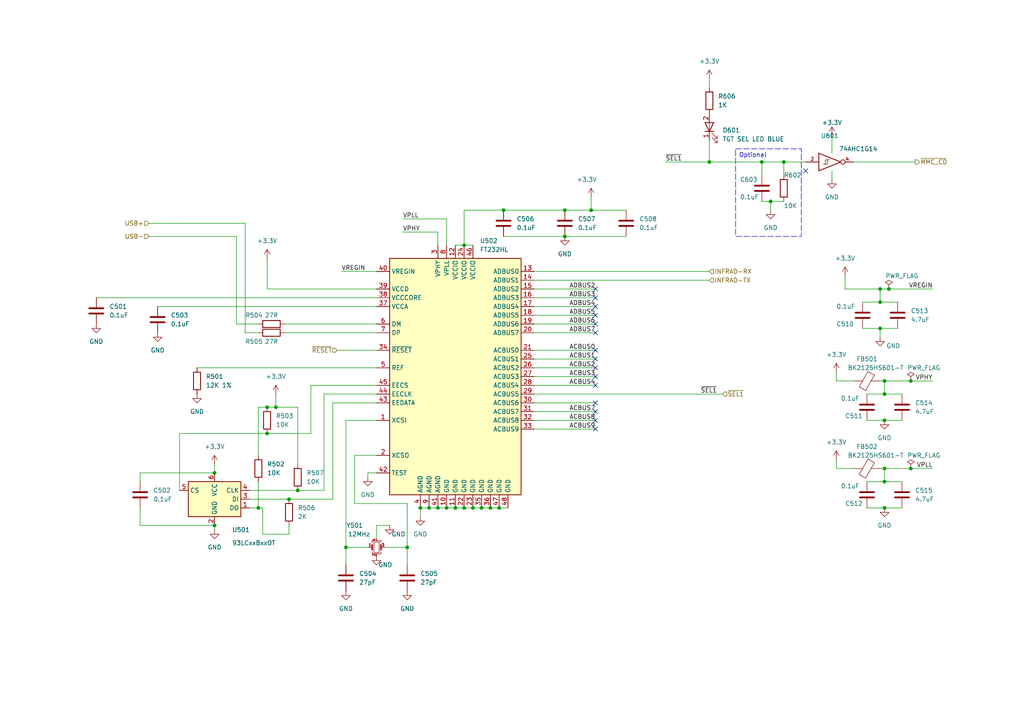
<source format=kicad_sch>
(kicad_sch (version 20230121) (generator eeschema)
  (paper "A4")
  (title_block (title "SDCDMUX-eMMC") (date "2023-05-02") (rev "Rev1") (company "HNZ") (comment 1 "Licensed under CC-BY-SA V4.0") (comment 2 "2023 (C) Hiroshi Nakajima <hnakamiru1103@gmail.com>"))
  (lib_symbols
    (symbol "Device:C" (pin_numbers hide) (pin_names (offset 0.254))
      (property "Reference" "C" (at 0.635 2.54 0))
      (property "Value" "C" (at 0.635 -2.54 0))
      (symbol "C_0_1"
        (polyline (pts (xy -2.032 -0.762) (xy 2.032 -0.762)) (stroke (width 0.508)))
        (polyline (pts (xy -2.032 0.762) (xy 2.032 0.762)) (stroke (width 0.508)))
      )
      (symbol "C_1_1"
        (pin passive line (at 0 3.81 270) (length 2.794) (name "~") (number "1"))
        (pin passive line (at 0 -3.81 90) (length 2.794) (name "~") (number "2"))
      )
    )
    (symbol "Device:FerriteBead" (pin_numbers hide) (pin_names (offset 0))
      (property "Reference" "FB" (at -3.81 0.635 90))
      (property "Value" "FerriteBead" (at 3.81 0 90))
      (symbol "FerriteBead_0_1"
        (polyline (pts (xy 0 -1.27) (xy 0 -1.2192)))
        (polyline (pts (xy 0 1.27) (xy 0 1.2954)))
        (polyline (pts (xy -2.7686 0.4064) (xy -1.7018 2.2606) (xy 2.7686 -0.3048) (xy 1.6764 -2.159) (xy -2.7686 0.4064)))
      )
      (symbol "FerriteBead_1_1"
        (pin passive line (at 0 3.81 270) (length 2.54) (name "~") (number "1"))
        (pin passive line (at 0 -3.81 90) (length 2.54) (name "~") (number "2"))
      )
    )
    (symbol "Device:LED" (pin_names (offset 1.016) hide)
      (property "Reference" "D" (at 0 2.54 0))
      (property "Value" "LED" (at 0 -2.54 0))
      (symbol "LED_0_1"
        (polyline (pts (xy -1.27 -1.27) (xy -1.27 1.27)) (stroke (width 0.254)))
        (polyline (pts (xy -1.27 0) (xy 1.27 0)))
        (polyline (pts (xy 1.27 -1.27) (xy 1.27 1.27) (xy -1.27 0) (xy 1.27 -1.27)) (stroke (width 0.254)))
        (polyline (pts (xy -3.048 -0.762) (xy -4.572 -2.286) (xy -3.81 -2.286) (xy -4.572 -2.286) (xy -4.572 -1.524)))
        (polyline (pts (xy -1.778 -0.762) (xy -3.302 -2.286) (xy -2.54 -2.286) (xy -3.302 -2.286) (xy -3.302 -1.524)))
      )
      (symbol "LED_1_1"
        (pin passive line (at -3.81 0 0) (length 2.54) (name "K") (number "1"))
        (pin passive line (at 3.81 0 180) (length 2.54) (name "A") (number "2"))
      )
    )
    (symbol "Device:R" (pin_numbers hide) (pin_names (offset 0))
      (property "Reference" "R" (at 2.032 0 90))
      (property "Value" "R" (at 0 0 90))
      (symbol "R_0_1"
        (rectangle (start -1.016 -2.54) (end 1.016 2.54) (stroke (width 0.254)))
      )
      (symbol "R_1_1"
        (pin passive line (at 0 3.81 270) (length 1.27) (name "~") (number "1"))
        (pin passive line (at 0 -3.81 90) (length 1.27) (name "~") (number "2"))
      )
    )
    (symbol "Memory_EEPROM:93LCxxBxxOT"
      (property "Reference" "U" (at -6.35 6.35 0))
      (property "Value" "93LCxxBxxOT" (at 7.62 -6.35 0))
      (symbol "93LCxxBxxOT_0_1"
        (rectangle (start -7.62 5.08) (end 7.62 -5.08) (stroke (width 0.254)) (fill (type background)))
      )
      (symbol "93LCxxBxxOT_1_1"
        (pin tri_state line (at 10.16 -2.54 180) (length 2.54) (name "DO") (number "1"))
        (pin power_in line (at 0 -7.62 90) (length 2.54) (name "GND") (number "2"))
        (pin input line (at 10.16 0 180) (length 2.54) (name "DI") (number "3"))
        (pin input line (at 10.16 2.54 180) (length 2.54) (name "CLK") (number "4"))
        (pin input line (at -10.16 2.54 0) (length 2.54) (name "CS") (number "5"))
        (pin power_in line (at 0 7.62 270) (length 2.54) (name "VCC") (number "6"))
      )
    )
    (symbol "power:+3.3V" (power) (pin_names (offset 0))
      (property "Value" "+3.3V" (at 0 3.556 0))
      (symbol "+3.3V_0_1"
        (polyline (pts (xy -0.762 1.27) (xy 0 2.54)))
        (polyline (pts (xy 0 0) (xy 0 2.54)))
        (polyline (pts (xy 0 2.54) (xy 0.762 1.27)))
      )
      (symbol "+3.3V_1_1"
        (pin power_in line (at 0 0 90) (length 0) hide (name "+3.3V") (number "1"))
      )
    )
    (symbol "power:GND" (power) (pin_numbers hide) (pin_names (offset 0) hide)
      (property "Value" "GND" (at 0 -3.81 0))
      (symbol "GND_0_1"
        (polyline (pts (xy 0 0) (xy 0 -1.27) (xy 1.27 -1.27) (xy 0 -2.54) (xy -1.27 -1.27) (xy 0 -1.27)))
      )
      (symbol "GND_1_1"
        (pin power_in line (at 0 0 270) (length 0) hide (name "GND") (number "1"))
      )
    )
    (symbol "power:PWR_FLAG" (power) (pin_numbers hide) (pin_names (offset 0) hide)
      (property "Value" "PWR_FLAG" (at 0 3.81 0))
      (symbol "PWR_FLAG_0_0"
        (pin power_out line (at 0 0 90) (length 0) (name "pwr") (number "1"))
      )
      (symbol "PWR_FLAG_0_1"
        (polyline (pts (xy 0 0) (xy 0 1.27) (xy -1.016 1.905) (xy 0 2.54) (xy 1.016 1.905) (xy 0 1.27)))
      )
    )
    (symbol "tbctl:12MHz" (pin_names (offset 1.016) hide)
      (property "Reference" "Y" (at 1.27 4.445 0))
      (property "Value" "12MHz" (at 1.27 2.54 0))
      (symbol "12MHz_0_1"
        (rectangle (start -0.762 -1.524) (end 0.762 1.524))
        (polyline (pts (xy -1.27 -0.762) (xy -1.27 0.762)) (stroke (width 0.381)))
        (polyline (pts (xy 1.27 -0.762) (xy 1.27 0.762)) (stroke (width 0.381)))
        (polyline (pts (xy -1.27 -1.27) (xy -1.27 -1.905) (xy 1.27 -1.905) (xy 1.27 -1.27)))
        (polyline (pts (xy -1.27 1.27) (xy -1.27 1.905) (xy 1.27 1.905) (xy 1.27 1.27)))
      )
      (symbol "12MHz_1_1"
        (pin passive line (at -2.54 0 0) (length 1.27) (name "1") (number "1"))
        (pin passive line (at 0 -2.54 90) (length 0.635) (name "2") (number "2"))
        (pin passive line (at 2.54 0 180) (length 1.27) (name "3") (number "3"))
        (pin passive line (at 0 2.54 270) (length 0.635) (name "4") (number "4"))
      )
    )
    (symbol "tbctl:74AHC1G14" (pin_names (offset 1.016))
      (property "Reference" "U" (at -2.54 3.81 0))
      (property "Value" "74AHC1G14" (at 0 -3.81 0))
      (symbol "74AHC1G14_0_0"
        (pin passive line (at -7.62 -2.54 0) (length 2.54) hide (name "NC") (number "1"))
      )
      (symbol "74AHC1G14_0_1"
        (polyline (pts (xy -1.905 -0.635) (xy -1.27 -0.635) (xy -1.27 0.635)))
        (polyline (pts (xy -3.81 2.54) (xy -3.81 -2.54) (xy 2.54 0) (xy -3.81 2.54)) (stroke (width 0.254)))
        (polyline (pts (xy -2.54 -0.635) (xy -1.905 -0.635) (xy -1.905 0.635) (xy -0.635 0.635)))
      )
      (symbol "74AHC1G14_1_1"
        (pin input line (at -7.62 0 0) (length 3.81) (name "~") (number "2"))
        (pin power_in line (at 0 -2.54 270) (length 0) hide (name "GND") (number "3"))
        (pin output inverted (at 6.35 0 180) (length 3.81) (name "~") (number "4"))
        (pin power_in line (at 0 2.54 90) (length 0) hide (name "VCC") (number "5"))
      )
    )
    (symbol "tbctl:FT232HL"
      (property "Reference" "U" (at -19.05 35.56 0))
      (property "Value" "FT232HL" (at 12.7 35.56 0))
      (symbol "FT232HL_0_1"
        (rectangle (start -19.05 34.29) (end 19.05 -34.29) (stroke (width 0.254)) (fill (type background)))
      )
      (symbol "FT232HL_1_1"
        (pin input line (at -22.86 -12.7 0) (length 3.81) (name "XCSI") (number "1"))
        (pin power_in line (at -2.54 -38.1 90) (length 3.81) (name "GND") (number "10"))
        (pin power_in line (at 0 -38.1 90) (length 3.81) (name "GND") (number "11"))
        (pin power_in line (at 0 38.1 270) (length 3.81) (name "VCCIO") (number "12"))
        (pin bidirectional line (at 22.86 30.48 180) (length 3.81) (name "ADBUS0") (number "13"))
        (pin bidirectional line (at 22.86 27.94 180) (length 3.81) (name "ADBUS1") (number "14"))
        (pin bidirectional line (at 22.86 25.4 180) (length 3.81) (name "ADBUS2") (number "15"))
        (pin bidirectional line (at 22.86 22.86 180) (length 3.81) (name "ADBUS3") (number "16"))
        (pin bidirectional line (at 22.86 20.32 180) (length 3.81) (name "ADBUS4") (number "17"))
        (pin bidirectional line (at 22.86 17.78 180) (length 3.81) (name "ADBUS5") (number "18"))
        (pin bidirectional line (at 22.86 15.24 180) (length 3.81) (name "ADBUS6") (number "19"))
        (pin output line (at -22.86 -22.86 0) (length 3.81) (name "XCSO") (number "2"))
        (pin bidirectional line (at 22.86 12.7 180) (length 3.81) (name "ADBUS7") (number "20"))
        (pin bidirectional line (at 22.86 7.62 180) (length 3.81) (name "ACBUS0") (number "21"))
        (pin power_in line (at 2.54 -38.1 90) (length 3.81) (name "GND") (number "22"))
        (pin power_in line (at 5.08 -38.1 90) (length 3.81) (name "GND") (number "23"))
        (pin power_in line (at 2.54 38.1 270) (length 3.81) (name "VCCIO") (number "24"))
        (pin bidirectional line (at 22.86 5.08 180) (length 3.81) (name "ACBUS1") (number "25"))
        (pin bidirectional line (at 22.86 2.54 180) (length 3.81) (name "ACBUS2") (number "26"))
        (pin bidirectional line (at 22.86 0 180) (length 3.81) (name "ACBUS3") (number "27"))
        (pin bidirectional line (at 22.86 -2.54 180) (length 3.81) (name "ACBUS4") (number "28"))
        (pin bidirectional line (at 22.86 -5.08 180) (length 3.81) (name "ACBUS5") (number "29"))
        (pin power_in line (at -5.08 38.1 270) (length 3.81) (name "VPHY") (number "3"))
        (pin bidirectional line (at 22.86 -7.62 180) (length 3.81) (name "ACBUS6") (number "30"))
        (pin bidirectional line (at 22.86 -10.16 180) (length 3.81) (name "ACBUS7") (number "31"))
        (pin bidirectional line (at 22.86 -12.7 180) (length 3.81) (name "ACBUS8") (number "32"))
        (pin bidirectional line (at 22.86 -15.24 180) (length 3.81) (name "ACBUS9") (number "33"))
        (pin input line (at -22.86 7.62 0) (length 3.81) (name "~{RESET}") (number "34"))
        (pin power_in line (at 7.62 -38.1 90) (length 3.81) (name "GND") (number "35"))
        (pin power_in line (at 10.16 -38.1 90) (length 3.81) (name "GND") (number "36"))
        (pin power_out line (at -22.86 20.32 0) (length 3.81) (name "VCCA") (number "37"))
        (pin power_out line (at -22.86 22.86 0) (length 3.81) (name "VCCCORE") (number "38"))
        (pin power_in line (at -22.86 25.4 0) (length 3.81) (name "VCCD") (number "39"))
        (pin power_in line (at -10.16 -38.1 90) (length 3.81) (name "AGND") (number "4"))
        (pin power_in line (at -22.86 30.48 0) (length 3.81) (name "VREGIN") (number "40"))
        (pin power_in line (at -5.08 -38.1 90) (length 3.81) (name "AGND") (number "41"))
        (pin input line (at -22.86 -27.94 0) (length 3.81) (name "TEST") (number "42"))
        (pin bidirectional line (at -22.86 -7.62 0) (length 3.81) (name "EEDATA") (number "43"))
        (pin input line (at -22.86 -5.08 0) (length 3.81) (name "EECLK") (number "44"))
        (pin input line (at -22.86 -2.54 0) (length 3.81) (name "EECS") (number "45"))
        (pin power_in line (at 5.08 38.1 270) (length 3.81) (name "VCCIO") (number "46"))
        (pin power_in line (at 12.7 -38.1 90) (length 3.81) (name "GND") (number "47"))
        (pin power_in line (at 15.24 -38.1 90) (length 3.81) (name "GND") (number "48"))
        (pin input line (at -22.86 2.54 0) (length 3.81) (name "REF") (number "5"))
        (pin bidirectional line (at -22.86 15.24 0) (length 3.81) (name "DM") (number "6"))
        (pin bidirectional line (at -22.86 12.7 0) (length 3.81) (name "DP") (number "7"))
        (pin power_in line (at -2.54 38.1 270) (length 3.81) (name "VPLL") (number "8"))
        (pin power_in line (at -7.62 -38.1 90) (length 3.81) (name "AGND") (number "9"))
      )
    )
  )
  (junction (at 144.78 147.32))
  (junction (at 256.54 147.32))
  (junction (at 256.54 139.7))
  (junction (at 163.83 60.96))
  (junction (at 163.83 68.58))
  (junction (at 74.93 147.32))
  (junction (at 137.16 147.32))
  (junction (at 257.81 83.82))
  (junction (at 227.33 46.99))
  (junction (at 223.52 58.42))
  (junction (at 134.62 71.12))
  (junction (at 256.54 121.92))
  (junction (at 121.92 147.32))
  (junction (at 205.74 46.99))
  (junction (at 118.11 158.75))
  (junction (at 62.23 137.16))
  (junction (at 220.98 46.99))
  (junction (at 264.16 110.49))
  (junction (at 255.27 95.25))
  (junction (at 62.23 152.4))
  (junction (at 132.08 147.32))
  (junction (at 134.62 147.32))
  (junction (at 83.82 144.78))
  (junction (at 256.54 110.49))
  (junction (at 256.54 114.3))
  (junction (at 142.24 147.32))
  (junction (at 124.46 147.32))
  (junction (at 139.7 147.32))
  (junction (at 80.01 118.11))
  (junction (at 127 147.32))
  (junction (at 255.27 87.63))
  (junction (at 171.45 60.96))
  (junction (at 256.54 135.89))
  (junction (at 255.27 83.82))
  (junction (at 86.36 142.24))
  (junction (at 129.54 147.32))
  (junction (at 264.16 135.89))
  (junction (at 146.05 60.96))
  (junction (at 100.33 158.75))
  (junction (at 77.47 118.11))
  (junction (at 77.47 125.73))
  (no_connect (at 172.72 124.46))
  (no_connect (at 172.72 88.9))
  (no_connect (at 172.72 121.92))
  (no_connect (at 172.72 111.76))
  (no_connect (at 172.72 93.98))
  (no_connect (at 172.72 119.38))
  (no_connect (at 172.72 109.22))
  (no_connect (at 172.72 83.82))
  (no_connect (at 172.72 106.68))
  (no_connect (at 172.72 104.14))
  (no_connect (at 172.72 101.6))
  (no_connect (at 172.72 91.44))
  (no_connect (at 172.72 86.36))
  (no_connect (at 172.72 116.84))
  (no_connect (at 233.68 49.53))
  (no_connect (at 172.72 96.52))
  (wire (pts (xy 57.15 106.68) (xy 109.22 106.68)))
  (wire (pts (xy 251.46 114.3) (xy 256.54 114.3)))
  (wire (pts (xy 146.05 68.58) (xy 163.83 68.58)))
  (wire (pts (xy 62.23 134.62) (xy 62.23 137.16)))
  (wire (pts (xy 76.2 154.94) (xy 76.2 147.32)))
  (wire (pts (xy 27.94 86.36) (xy 109.22 86.36)))
  (wire (pts (xy 80.01 114.3) (xy 80.01 118.11)))
  (wire (pts (xy 247.65 110.49) (xy 242.57 110.49)))
  (wire (pts (xy 247.65 135.89) (xy 242.57 135.89)))
  (wire (pts (xy 154.94 109.22) (xy 172.72 109.22)))
  (wire (pts (xy 242.57 135.89) (xy 242.57 133.35)))
  (wire (pts (xy 247.65 46.99) (xy 265.43 46.99)))
  (wire (pts (xy 129.54 63.5) (xy 129.54 71.12)))
  (wire (pts (xy 154.94 101.6) (xy 172.72 101.6)))
  (wire (pts (xy 109.22 152.4) (xy 109.22 156.21)))
  (wire (pts (xy 83.82 152.4) (xy 83.82 154.94)))
  (wire (pts (xy 90.17 125.73) (xy 77.47 125.73)))
  (wire (pts (xy 106.68 137.16) (xy 106.68 138.43)))
  (wire (pts (xy 90.17 111.76) (xy 90.17 125.73)))
  (wire (pts (xy 257.81 83.82) (xy 255.27 83.82)))
  (wire (pts (xy 118.11 146.05) (xy 118.11 158.75)))
  (wire (pts (xy 134.62 71.12) (xy 137.16 71.12)))
  (wire (pts (xy 154.94 83.82) (xy 172.72 83.82)))
  (wire (pts (xy 154.94 91.44) (xy 172.72 91.44)))
  (wire (pts (xy 220.98 46.99) (xy 220.98 50.8)))
  (wire (pts (xy 74.93 139.7) (xy 74.93 147.32)))
  (wire (pts (xy 68.58 93.98) (xy 68.58 68.58)))
  (wire (pts (xy 255.27 83.82) (xy 245.11 83.82)))
  (wire (pts (xy 146.05 60.96) (xy 134.62 60.96)))
  (wire (pts (xy 134.62 60.96) (xy 134.62 71.12)))
  (wire (pts (xy 102.87 132.08) (xy 102.87 146.05)))
  (wire (pts (xy 72.39 142.24) (xy 86.36 142.24)))
  (wire (pts (xy 139.7 147.32) (xy 142.24 147.32)))
  (wire (pts (xy 220.98 46.99) (xy 227.33 46.99)))
  (wire (pts (xy 220.98 58.42) (xy 223.52 58.42)))
  (wire (pts (xy 154.94 124.46) (xy 172.72 124.46)))
  (wire (pts (xy 77.47 118.11) (xy 80.01 118.11)))
  (wire (pts (xy 205.74 40.64) (xy 205.74 46.99)))
  (wire (pts (xy 250.19 95.25) (xy 255.27 95.25)))
  (wire (pts (xy 121.92 147.32) (xy 124.46 147.32)))
  (wire (pts (xy 96.52 116.84) (xy 96.52 144.78)))
  (wire (pts (xy 163.83 68.58) (xy 181.61 68.58)))
  (wire (pts (xy 77.47 83.82) (xy 109.22 83.82)))
  (wire (pts (xy 241.3 39.37) (xy 241.3 44.45)))
  (wire (pts (xy 171.45 60.96) (xy 163.83 60.96)))
  (wire (pts (xy 255.27 83.82) (xy 255.27 87.63)))
  (wire (pts (xy 93.98 114.3) (xy 93.98 142.24)))
  (wire (pts (xy 264.16 110.49) (xy 270.51 110.49)))
  (wire (pts (xy 86.36 142.24) (xy 93.98 142.24)))
  (wire (pts (xy 132.08 71.12) (xy 134.62 71.12)))
  (wire (pts (xy 129.54 147.32) (xy 132.08 147.32)))
  (wire (pts (xy 71.12 96.52) (xy 71.12 64.77)))
  (wire (pts (xy 99.06 78.74) (xy 109.22 78.74)))
  (wire (pts (xy 255.27 95.25) (xy 260.35 95.25)))
  (wire (pts (xy 154.94 81.28) (xy 205.74 81.28)))
  (wire (pts (xy 82.55 96.52) (xy 109.22 96.52)))
  (wire (pts (xy 93.98 114.3) (xy 109.22 114.3)))
  (wire (pts (xy 154.94 78.74) (xy 205.74 78.74)))
  (wire (pts (xy 43.18 68.58) (xy 68.58 68.58)))
  (wire (pts (xy 86.36 134.62) (xy 86.36 118.11)))
  (wire (pts (xy 76.2 147.32) (xy 74.93 147.32)))
  (wire (pts (xy 205.74 46.99) (xy 220.98 46.99)))
  (wire (pts (xy 255.27 87.63) (xy 260.35 87.63)))
  (wire (pts (xy 251.46 121.92) (xy 256.54 121.92)))
  (wire (pts (xy 127 67.31) (xy 127 71.12)))
  (wire (pts (xy 109.22 116.84) (xy 96.52 116.84)))
  (wire (pts (xy 127 147.32) (xy 129.54 147.32)))
  (wire (pts (xy 74.93 132.08) (xy 74.93 118.11)))
  (wire (pts (xy 77.47 125.73) (xy 52.07 125.73)))
  (wire (pts (xy 154.94 116.84) (xy 172.72 116.84)))
  (wire (pts (xy 256.54 114.3) (xy 256.54 110.49)))
  (wire (pts (xy 256.54 135.89) (xy 264.16 135.89)))
  (wire (pts (xy 154.94 88.9) (xy 172.72 88.9)))
  (wire (pts (xy 241.3 49.53) (xy 241.3 52.07)))
  (wire (pts (xy 83.82 144.78) (xy 96.52 144.78)))
  (wire (pts (xy 242.57 110.49) (xy 242.57 107.95)))
  (wire (pts (xy 256.54 147.32) (xy 261.62 147.32)))
  (wire (pts (xy 102.87 146.05) (xy 118.11 146.05)))
  (wire (pts (xy 255.27 110.49) (xy 256.54 110.49)))
  (wire (pts (xy 256.54 121.92) (xy 261.62 121.92)))
  (wire (pts (xy 270.51 83.82) (xy 257.81 83.82)))
  (wire (pts (xy 181.61 60.96) (xy 171.45 60.96)))
  (wire (pts (xy 256.54 114.3) (xy 261.62 114.3)))
  (wire (pts (xy 76.2 154.94) (xy 83.82 154.94)))
  (wire (pts (xy 62.23 153.67) (xy 62.23 152.4)))
  (wire (pts (xy 71.12 96.52) (xy 74.93 96.52)))
  (wire (pts (xy 40.64 137.16) (xy 40.64 139.7)))
  (wire (pts (xy 109.22 132.08) (xy 102.87 132.08)))
  (wire (pts (xy 154.94 119.38) (xy 172.72 119.38)))
  (wire (pts (xy 52.07 125.73) (xy 52.07 142.24)))
  (wire (pts (xy 134.62 147.32) (xy 137.16 147.32)))
  (wire (pts (xy 72.39 144.78) (xy 83.82 144.78)))
  (wire (pts (xy 163.83 60.96) (xy 146.05 60.96)))
  (wire (pts (xy 113.03 152.4) (xy 109.22 152.4)))
  (wire (pts (xy 97.79 101.6) (xy 109.22 101.6)))
  (wire (pts (xy 40.64 152.4) (xy 62.23 152.4)))
  (wire (pts (xy 68.58 93.98) (xy 74.93 93.98)))
  (wire (pts (xy 154.94 104.14) (xy 172.72 104.14)))
  (wire (pts (xy 111.76 158.75) (xy 118.11 158.75)))
  (wire (pts (xy 154.94 96.52) (xy 172.72 96.52)))
  (wire (pts (xy 74.93 118.11) (xy 77.47 118.11)))
  (wire (pts (xy 90.17 111.76) (xy 109.22 111.76)))
  (wire (pts (xy 124.46 147.32) (xy 127 147.32)))
  (wire (pts (xy 118.11 158.75) (xy 118.11 163.83)))
  (wire (pts (xy 154.94 93.98) (xy 172.72 93.98)))
  (wire (pts (xy 116.84 63.5) (xy 129.54 63.5)))
  (wire (pts (xy 144.78 147.32) (xy 147.32 147.32)))
  (wire (pts (xy 255.27 97.79) (xy 255.27 95.25)))
  (wire (pts (xy 205.74 22.86) (xy 205.74 25.4)))
  (wire (pts (xy 227.33 46.99) (xy 227.33 50.8)))
  (wire (pts (xy 154.94 106.68) (xy 172.72 106.68)))
  (wire (pts (xy 121.92 149.86) (xy 121.92 147.32)))
  (wire (pts (xy 245.11 80.01) (xy 245.11 83.82)))
  (wire (pts (xy 154.94 86.36) (xy 172.72 86.36)))
  (wire (pts (xy 77.47 74.93) (xy 77.47 83.82)))
  (wire (pts (xy 256.54 110.49) (xy 264.16 110.49)))
  (wire (pts (xy 142.24 147.32) (xy 144.78 147.32)))
  (wire (pts (xy 256.54 139.7) (xy 256.54 135.89)))
  (wire (pts (xy 40.64 147.32) (xy 40.64 152.4)))
  (wire (pts (xy 109.22 137.16) (xy 106.68 137.16)))
  (wire (pts (xy 100.33 158.75) (xy 100.33 163.83)))
  (wire (pts (xy 45.72 88.9) (xy 109.22 88.9)))
  (wire (pts (xy 227.33 46.99) (xy 233.68 46.99)))
  (wire (pts (xy 255.27 135.89) (xy 256.54 135.89)))
  (wire (pts (xy 154.94 111.76) (xy 172.72 111.76)))
  (wire (pts (xy 74.93 147.32) (xy 72.39 147.32)))
  (wire (pts (xy 193.04 46.99) (xy 205.74 46.99)))
  (wire (pts (xy 109.22 121.92) (xy 100.33 121.92)))
  (wire (pts (xy 100.33 121.92) (xy 100.33 158.75)))
  (wire (pts (xy 223.52 58.42) (xy 223.52 60.96)))
  (wire (pts (xy 43.18 64.77) (xy 71.12 64.77)))
  (wire (pts (xy 264.16 135.89) (xy 270.51 135.89)))
  (wire (pts (xy 132.08 147.32) (xy 134.62 147.32)))
  (wire (pts (xy 100.33 158.75) (xy 106.68 158.75)))
  (wire (pts (xy 256.54 139.7) (xy 261.62 139.7)))
  (wire (pts (xy 116.84 67.31) (xy 127 67.31)))
  (wire (pts (xy 250.19 87.63) (xy 255.27 87.63)))
  (wire (pts (xy 223.52 58.42) (xy 227.33 58.42)))
  (wire (pts (xy 154.94 121.92) (xy 172.72 121.92)))
  (wire (pts (xy 251.46 147.32) (xy 256.54 147.32)))
  (wire (pts (xy 251.46 139.7) (xy 256.54 139.7)))
  (wire (pts (xy 62.23 137.16) (xy 40.64 137.16)))
  (wire (pts (xy 137.16 147.32) (xy 139.7 147.32)))
  (wire (pts (xy 171.45 57.15) (xy 171.45 60.96)))
  (wire (pts (xy 82.55 93.98) (xy 109.22 93.98)))
  (wire (pts (xy 154.94 114.3) (xy 209.55 114.3)))
  (wire (pts (xy 80.01 118.11) (xy 86.36 118.11)))
  (text_box "Optional" (at 213.36 43.18 0) (size 19.05 25.4) (stroke (width 0) (type dash)) (effects (font (size 1.27 1.27)) (justify left top)))
  (label "VREGIN" (at 270.51 83.82 180))
  (label "ACBUS8" (at 165.1 121.92 0))
  (label "ACBUS9" (at 165.1 124.46 0))
  (label "ADBUS3" (at 165.1 86.36 0))
  (label "ACBUS1" (at 165.1 104.14 0))
  (label "ADBUS4" (at 165.1 88.9 0))
  (label "ACBUS0" (at 165.1 101.6 0))
  (label "~{SEL1}" (at 203.2 114.3 0))
  (label "~{SEL1}" (at 193.04 46.99 0))
  (label "VPLL" (at 116.84 63.5 0))
  (label "ADBUS6" (at 165.1 93.98 0))
  (label "ADBUS7" (at 165.1 96.52 0))
  (label "ACBUS4" (at 165.1 111.76 0))
  (label "ADBUS5" (at 165.1 91.44 0))
  (label "ADBUS2" (at 165.1 83.82 0))
  (label "VPLL" (at 270.51 135.89 180))
  (label "VREGIN" (at 99.06 78.74 0))
  (label "ACBUS7" (at 165.1 119.38 0))
  (label "VPHY" (at 116.84 67.31 0))
  (label "ACBUS3" (at 165.1 109.22 0))
  (label "ACBUS2" (at 165.1 106.68 0))
  (label "VPHY" (at 270.51 110.49 180))
  (hierarchical_label "INFRAD-TX" (shape input) (at 205.74 81.28 0))
  (hierarchical_label "USB+" (shape input) (at 43.18 64.77 180))
  (hierarchical_label "~{SEL1}" (shape input) (at 209.55 114.3 0))
  (hierarchical_label "~{MMC_CD}" (shape output) (at 265.43 46.99 0))
  (hierarchical_label "USB-" (shape input) (at 43.18 68.58 180))
  (hierarchical_label "~{RESET}" (shape input) (at 97.79 101.6 180))
  (hierarchical_label "INFRAD-RX" (shape input) (at 205.74 78.74 0))
  (symbol (lib_id "power:PWR_FLAG") (at 264.16 135.89 0) (unit 1)
    (property "Reference" "#FLG0503" (effects hide))
    (property "Value" "PWR_FLAG" (at 267.97 132.08 0))
  )
  (symbol (lib_id "power:GND") (at 223.52 60.96 0) (unit 1)
    (property "Reference" "#PWR0611" (effects hide))
    (property "Value" "GND" (at 223.52 66.04 0))
    (instances (project "sdmux4" (path "" (reference "#PWR0611") (unit 1)) (path "" (reference "#PWR0301") (unit 1)) (path "" (reference "#PWR0517") (unit 1))))
  )
  (symbol (lib_id "Device:R") (at 77.47 121.92 0) (unit 1)
    (property "Reference" "R503" (at 80.01 120.6499 0) (effects (justify left)))
    (property "Value" "10K" (at 80.01 123.1899 0) (effects (justify left)))
    (property "Footprint" "tbctl:R_0805_2012Metric_Pad1.20x1.40mm_HandSolder" (effects hide))
  )
  (symbol (lib_id "power:+3.3V") (at 62.23 134.62 0) (unit 1)
    (property "Reference" "#PWR0504" (effects hide))
    (property "Value" "+3.3V" (at 62.23 129.54 0))
  )
  (symbol (lib_id "power:PWR_FLAG") (at 264.16 110.49 0) (unit 1)
    (property "Reference" "#FLG0502" (effects hide))
    (property "Value" "PWR_FLAG" (at 267.97 106.68 0))
  )
  (symbol (lib_id "power:+3.3V") (at 242.57 107.95 0) (unit 1)
    (property "Reference" "#PWR0520" (effects hide))
    (property "Value" "+3.3V" (at 242.57 102.87 0))
  )
  (symbol (lib_id "Device:FerriteBead") (at 251.46 135.89 90) (unit 1)
    (property "Reference" "FB502" (at 251.46 129.54 90))
    (property "Value" "BK2125HS601-T" (at 254 132.08 90))
    (property "Footprint" "Inductor_SMD:L_0805_2012Metric_Pad1.15x1.40mm_HandSolder" (effects hide))
  )
  (symbol (lib_id "Device:C") (at 181.61 64.77 0) (unit 1)
    (property "Reference" "C508" (at 185.42 63.5 0) (effects (justify left)))
    (property "Value" "0.1uF" (at 185.42 66.04 0) (effects (justify left)))
    (property "Footprint" "Capacitor_SMD:C_0603_1608Metric_Pad1.08x0.95mm_HandSolder" (effects hide))
  )
  (symbol (lib_id "Device:R") (at 205.74 29.21 0) (unit 1)
    (property "Reference" "R606" (at 208.28 27.9399 0) (effects (justify left)))
    (property "Value" "1K" (at 208.28 30.4799 0) (effects (justify left)))
    (property "Footprint" "tbctl:R_0805_2012Metric_Pad1.20x1.40mm_HandSolder" (effects hide))
    (instances (project "sdmux4" (path "" (reference "R606") (unit 1)) (path "" (reference "R311") (unit 1)) (path "" (reference "R508") (unit 1))))
  )
  (symbol (lib_id "Device:C") (at 45.72 92.71 0) (unit 1)
    (property "Reference" "C503" (at 49.53 91.44 0) (effects (justify left)))
    (property "Value" "0.1uF" (at 49.53 93.98 0) (effects (justify left)))
    (property "Footprint" "Capacitor_SMD:C_0603_1608Metric_Pad1.08x0.95mm_HandSolder" (effects hide))
  )
  (symbol (lib_id "Device:R") (at 57.15 110.49 0) (unit 1)
    (property "Reference" "R501" (at 59.69 109.2199 0) (effects (justify left)))
    (property "Value" "12K 1%" (at 59.69 111.7599 0) (effects (justify left)))
    (property "Footprint" "tbctl:R_0805_2012Metric_Pad1.20x1.40mm_HandSolder" (effects hide))
  )
  (symbol (lib_id "power:GND") (at 256.54 121.92 0) (unit 1)
    (property "Reference" "#PWR0524" (effects hide))
    (property "Value" "GND" (at 256.54 127 0))
  )
  (symbol (lib_id "Device:R") (at 83.82 148.59 0) (unit 1)
    (property "Reference" "R506" (at 86.36 147.3199 0) (effects (justify left)))
    (property "Value" "2K" (at 86.36 149.8599 0) (effects (justify left)))
    (property "Footprint" "tbctl:R_0805_2012Metric_Pad1.20x1.40mm_HandSolder" (effects hide))
  )
  (symbol (lib_id "Device:R") (at 227.33 54.61 0) (unit 1)
    (property "Reference" "R602" (at 227.33 50.8 0) (effects (justify left)))
    (property "Value" "10K" (at 227.33 59.69 0) (effects (justify left)))
    (property "Footprint" "tbctl:R_0805_2012Metric_Pad1.20x1.40mm_HandSolder" (effects hide))
    (instances (project "sdmux4" (path "" (reference "R602") (unit 1)) (path "" (reference "R301") (unit 1)) (path "" (reference "R509") (unit 1))))
  )
  (symbol (lib_id "Device:C") (at 260.35 91.44 0) (unit 1)
    (property "Reference" "C513" (at 264.16 90.17 0) (effects (justify left)))
    (property "Value" "4.7uF" (at 264.16 92.71 0) (effects (justify left)))
    (property "Footprint" "Capacitor_SMD:C_0805_2012Metric_Pad1.18x1.45mm_HandSolder" (effects hide))
  )
  (symbol (lib_id "Device:R") (at 78.74 96.52 90) (unit 1)
    (property "Reference" "R505" (at 73.66 99.06 90))
    (property "Value" "27R" (at 78.74 99.06 90))
    (property "Footprint" "Resistor_SMD:R_0603_1608Metric_Pad0.98x0.95mm_HandSolder" (effects hide))
  )
  (symbol (lib_id "power:GND") (at 255.27 97.79 0) (unit 1)
    (property "Reference" "#PWR0523" (effects hide))
    (property "Value" "GND" (at 259.08 100.33 0))
  )
  (symbol (lib_id "tbctl:12MHz") (at 109.22 158.75 0) (unit 1)
    (property "Reference" "Y501" (at 102.87 152.4 0))
    (property "Value" "12MHz" (at 104.14 154.94 0))
    (property "Footprint" "Crystal:Crystal_SMD_3225-4Pin_3.2x2.5mm" (effects hide))
  )
  (symbol (lib_id "Device:R") (at 78.74 93.98 90) (unit 1)
    (property "Reference" "R504" (at 73.66 91.44 90))
    (property "Value" "27R" (at 78.74 91.44 90))
    (property "Footprint" "Resistor_SMD:R_0603_1608Metric_Pad0.98x0.95mm_HandSolder" (effects hide))
  )
  (symbol (lib_id "power:PWR_FLAG") (at 257.81 83.82 0) (unit 1)
    (property "Reference" "#FLG0501" (effects hide))
    (property "Value" "PWR_FLAG" (at 261.62 80.01 0))
  )
  (symbol (lib_id "power:GND") (at 100.33 171.45 0) (unit 1)
    (property "Reference" "#PWR0508" (effects hide))
    (property "Value" "GND" (at 100.33 176.53 0))
  )
  (symbol (lib_id "power:+3.3V") (at 245.11 80.01 0) (unit 1)
    (property "Reference" "#PWR0522" (effects hide))
    (property "Value" "+3.3V" (at 245.11 74.93 0))
  )
  (symbol (lib_id "Device:C") (at 251.46 143.51 0) (unit 1)
    (property "Reference" "C512" (at 245.11 146.05 0) (effects (justify left)))
    (property "Value" "0.1uF" (at 243.84 140.97 0) (effects (justify left)))
    (property "Footprint" "Capacitor_SMD:C_0603_1608Metric_Pad1.08x0.95mm_HandSolder" (effects hide))
  )
  (symbol (lib_id "power:GND") (at 113.03 152.4 0) (unit 1)
    (property "Reference" "#PWR0511" (effects hide))
    (property "Value" "GND" (at 115.57 154.94 0))
  )
  (symbol (lib_id "power:GND") (at 241.3 52.07 0) (unit 1)
    (property "Reference" "#PWR0602" (effects hide))
    (property "Value" "GND" (at 241.3 57.15 0))
    (instances (project "sdmux4" (path "" (reference "#PWR0602") (unit 1)) (path "" (reference "#PWR0303") (unit 1)) (path "" (reference "#PWR0519") (unit 1))))
  )
  (symbol (lib_id "Device:C") (at 27.94 90.17 0) (unit 1)
    (property "Reference" "C501" (at 31.75 88.9 0) (effects (justify left)))
    (property "Value" "0.1uF" (at 31.75 91.44 0) (effects (justify left)))
    (property "Footprint" "Capacitor_SMD:C_0603_1608Metric_Pad1.08x0.95mm_HandSolder" (effects hide))
  )
  (symbol (lib_id "power:GND") (at 106.68 138.43 0) (unit 1)
    (property "Reference" "#PWR0509" (effects hide))
    (property "Value" "GND" (at 106.68 143.51 0))
  )
  (symbol (lib_id "Device:R") (at 74.93 135.89 0) (unit 1)
    (property "Reference" "R502" (at 77.47 134.6199 0) (effects (justify left)))
    (property "Value" "10K" (at 77.47 137.1599 0) (effects (justify left)))
    (property "Footprint" "tbctl:R_0805_2012Metric_Pad1.20x1.40mm_HandSolder" (effects hide))
  )
  (symbol (lib_id "power:GND") (at 62.23 153.67 0) (unit 1)
    (property "Reference" "#PWR0505" (effects hide))
    (property "Value" "GND" (at 62.23 158.75 0))
  )
  (symbol (lib_id "power:+3.3V") (at 77.47 74.93 0) (unit 1)
    (property "Reference" "#PWR0506" (effects hide))
    (property "Value" "+3.3V" (at 77.47 69.85 0))
  )
  (symbol (lib_id "tbctl:FT232HL") (at 132.08 109.22 0) (unit 1)
    (property "Reference" "U502" (at 139.1794 69.85 0) (effects (justify left)))
    (property "Value" "FT232HL" (at 139.1794 72.39 0) (effects (justify left)))
    (property "Footprint" "Package_QFP:LQFP-48_7x7mm_P0.5mm" (effects hide))
    (property "Datasheet" "https://www.ftdichip.com/Support/Documents/DataSheets/ICs/DS_FT232H.pdf" (effects hide))
  )
  (symbol (lib_id "Device:C") (at 250.19 91.44 0) (unit 1)
    (property "Reference" "C510" (at 242.57 93.98 0) (effects (justify left)))
    (property "Value" "0.1uF" (at 242.57 88.9 0) (effects (justify left)))
    (property "Footprint" "Capacitor_SMD:C_0603_1608Metric_Pad1.08x0.95mm_HandSolder" (effects hide))
  )
  (symbol (lib_id "power:GND") (at 121.92 149.86 0) (unit 1)
    (property "Reference" "#PWR0513" (effects hide))
    (property "Value" "GND" (at 121.92 154.94 0))
  )
  (symbol (lib_id "power:GND") (at 57.15 114.3 0) (unit 1)
    (property "Reference" "#PWR0503" (effects hide))
    (property "Value" "GND" (at 57.15 119.38 0))
  )
  (symbol (lib_id "power:+3.3V") (at 241.3 39.37 0) (unit 1)
    (property "Reference" "#PWR0601" (effects hide))
    (property "Value" "+3.3V" (at 241.3 35.56 0))
    (instances (project "sdmux4" (path "" (reference "#PWR0601") (unit 1)) (path "" (reference "#PWR0302") (unit 1)) (path "" (reference "#PWR0518") (unit 1))))
  )
  (symbol (lib_id "power:GND") (at 45.72 96.52 0) (unit 1)
    (property "Reference" "#PWR0502" (effects hide))
    (property "Value" "GND" (at 45.72 101.6 0))
  )
  (symbol (lib_id "power:+3.3V") (at 242.57 133.35 0) (unit 1)
    (property "Reference" "#PWR0521" (effects hide))
    (property "Value" "+3.3V" (at 242.57 128.27 0))
  )
  (symbol (lib_id "power:GND") (at 27.94 93.98 0) (unit 1)
    (property "Reference" "#PWR0501" (effects hide))
    (property "Value" "GND" (at 27.94 99.06 0))
  )
  (symbol (lib_id "Device:C") (at 100.33 167.64 0) (unit 1)
    (property "Reference" "C504" (at 104.14 166.37 0) (effects (justify left)))
    (property "Value" "27pF" (at 104.14 168.91 0) (effects (justify left)))
    (property "Footprint" "Capacitor_SMD:C_0603_1608Metric_Pad1.08x0.95mm_HandSolder" (effects hide))
  )
  (symbol (lib_id "Device:LED") (at 205.74 36.83 90) (unit 1)
    (property "Reference" "D601" (at 209.55 37.7825 90) (effects (justify right)))
    (property "Value" "TGT SEL LED BLUE" (at 209.55 40.3225 90) (effects (justify right)))
    (property "Footprint" "tbctl:LED_0603_1608Metric_Pad1.05x0.95mm_HandSolder" (effects hide))
    (instances (project "sdmux4" (path "" (reference "D601") (unit 1)) (path "" (reference "D301") (unit 1)) (path "" (reference "D501") (unit 1))))
  )
  (symbol (lib_id "Device:C") (at 163.83 64.77 0) (unit 1)
    (property "Reference" "C507" (at 167.64 63.5 0) (effects (justify left)))
    (property "Value" "0.1uF" (at 167.64 66.04 0) (effects (justify left)))
    (property "Footprint" "Capacitor_SMD:C_0603_1608Metric_Pad1.08x0.95mm_HandSolder" (effects hide))
  )
  (symbol (lib_id "Memory_EEPROM:93LCxxBxxOT") (at 62.23 144.78 0) (unit 1)
    (property "Reference" "U501" (at 67.31 153.67 0) (effects (justify left)))
    (property "Value" "93LCxxBxxOT" (at 67.31 157.48 0) (effects (justify left)))
    (property "Footprint" "Package_TO_SOT_SMD:SOT-23-6" (effects hide))
    (property "Datasheet" "http://ww1.microchip.com/downloads/en/DeviceDoc/20001749K.pdf" (effects hide))
  )
  (symbol (lib_id "power:+3.3V") (at 80.01 114.3 0) (unit 1)
    (property "Reference" "#PWR0507" (effects hide))
    (property "Value" "+3.3V" (at 80.01 109.22 0))
  )
  (symbol (lib_id "power:+3.3V") (at 171.45 57.15 0) (unit 1)
    (property "Reference" "#PWR0515" (effects hide))
    (property "Value" "+3.3V" (at 170.18 52.07 0))
  )
  (symbol (lib_id "Device:C") (at 251.46 118.11 0) (unit 1)
    (property "Reference" "C511" (at 245.11 120.65 0) (effects (justify left)))
    (property "Value" "0.1uF" (at 243.84 115.57 0) (effects (justify left)))
    (property "Footprint" "Capacitor_SMD:C_0603_1608Metric_Pad1.08x0.95mm_HandSolder" (effects hide))
  )
  (symbol (lib_id "Device:C") (at 261.62 143.51 0) (unit 1)
    (property "Reference" "C515" (at 265.43 142.24 0) (effects (justify left)))
    (property "Value" "4.7uF" (at 265.43 144.78 0) (effects (justify left)))
    (property "Footprint" "Capacitor_SMD:C_0805_2012Metric_Pad1.18x1.45mm_HandSolder" (effects hide))
  )
  (symbol (lib_id "power:GND") (at 109.22 161.29 0) (unit 1)
    (property "Reference" "#PWR0510" (effects hide))
    (property "Value" "GND" (at 111.76 163.83 0))
  )
  (symbol (lib_id "power:+3.3V") (at 205.74 22.86 0) (unit 1)
    (property "Reference" "#PWR0612" (effects hide))
    (property "Value" "+3.3V" (at 205.74 17.78 0))
    (instances (project "sdmux4" (path "" (reference "#PWR0612") (unit 1)) (path "" (reference "#PWR0313") (unit 1)) (path "" (reference "#PWR0516") (unit 1))))
  )
  (symbol (lib_id "Device:C") (at 118.11 167.64 0) (unit 1)
    (property "Reference" "C505" (at 121.92 166.37 0) (effects (justify left)))
    (property "Value" "27pF" (at 121.92 168.91 0) (effects (justify left)))
    (property "Footprint" "Capacitor_SMD:C_0603_1608Metric_Pad1.08x0.95mm_HandSolder" (effects hide))
  )
  (symbol (lib_id "Device:C") (at 40.64 143.51 0) (unit 1)
    (property "Reference" "C502" (at 44.45 142.24 0) (effects (justify left)))
    (property "Value" "0.1uF" (at 44.45 144.78 0) (effects (justify left)))
    (property "Footprint" "Capacitor_SMD:C_0603_1608Metric_Pad1.08x0.95mm_HandSolder" (effects hide))
  )
  (symbol (lib_id "tbctl:74AHC1G14") (at 241.3 46.99 0) (unit 1)
    (property "Reference" "U601" (at 240.665 39.37 0))
    (property "Value" "74AHC1G14" (at 248.92 43.18 0))
    (property "Footprint" "Package_TO_SOT_SMD:SOT-23-5_HandSoldering" (effects hide))
    (instances (project "sdmux4" (path "" (reference "U601") (unit 1)) (path "" (reference "U301") (unit 1)) (path "" (reference "U503") (unit 1))))
  )
  (symbol (lib_id "power:GND") (at 118.11 171.45 0) (unit 1)
    (property "Reference" "#PWR0512" (effects hide))
    (property "Value" "GND" (at 118.11 176.53 0))
  )
  (symbol (lib_id "power:GND") (at 163.83 68.58 0) (unit 1)
    (property "Reference" "#PWR0514" (effects hide))
    (property "Value" "GND" (at 163.83 73.66 0))
  )
  (symbol (lib_id "Device:C") (at 261.62 118.11 0) (unit 1)
    (property "Reference" "C514" (at 265.43 116.84 0) (effects (justify left)))
    (property "Value" "4.7uF" (at 265.43 119.38 0) (effects (justify left)))
    (property "Footprint" "Capacitor_SMD:C_0805_2012Metric_Pad1.18x1.45mm_HandSolder" (effects hide))
  )
  (symbol (lib_id "power:GND") (at 256.54 147.32 0) (unit 1)
    (property "Reference" "#PWR0525" (effects hide))
    (property "Value" "GND" (at 256.54 152.4 0))
  )
  (symbol (lib_id "Device:C") (at 220.98 54.61 0) (unit 1)
    (property "Reference" "C603" (at 214.63 52.07 0) (effects (justify left)))
    (property "Value" "0.1uF" (at 214.63 57.15 0) (effects (justify left)))
    (property "Footprint" "Capacitor_SMD:C_0603_1608Metric_Pad1.08x0.95mm_HandSolder" (effects hide))
    (instances (project "sdmux4" (path "" (reference "C603") (unit 1)) (path "" (reference "C301") (unit 1)) (path "" (reference "C509") (unit 1))))
  )
  (symbol (lib_id "Device:C") (at 146.05 64.77 0) (unit 1)
    (property "Reference" "C506" (at 149.86 63.5 0) (effects (justify left)))
    (property "Value" "0.1uF" (at 149.86 66.04 0) (effects (justify left)))
    (property "Footprint" "Capacitor_SMD:C_0603_1608Metric_Pad1.08x0.95mm_HandSolder" (effects hide))
  )
  (symbol (lib_id "Device:FerriteBead") (at 251.46 110.49 90) (unit 1)
    (property "Reference" "FB501" (at 251.46 104.14 90))
    (property "Value" "BK2125HS601-T" (at 254 106.68 90))
    (property "Footprint" "Inductor_SMD:L_0805_2012Metric_Pad1.15x1.40mm_HandSolder" (effects hide))
  )
  (symbol (lib_id "Device:R") (at 86.36 138.43 0) (unit 1)
    (property "Reference" "R507" (at 88.9 137.1599 0) (effects (justify left)))
    (property "Value" "10K" (at 88.9 139.6999 0) (effects (justify left)))
    (property "Footprint" "tbctl:R_0805_2012Metric_Pad1.20x1.40mm_HandSolder" (effects hide))
  )
)
</source>
